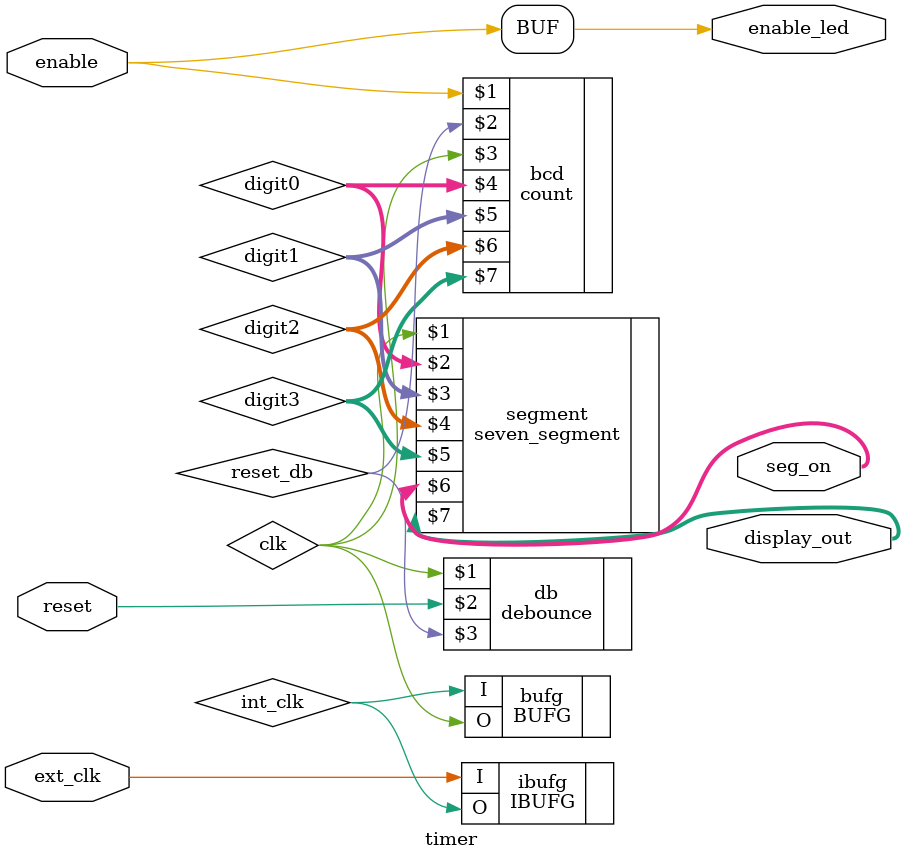
<source format=v>
`timescale 1ns / 1ps
module timer(
	input enable,
	input reset,
	input ext_clk,
	output [3:0] seg_on, // seg3 seg2 seg1 seg0
	output [7:0] display_out, // abcdefg(p)
	output enable_led
   );
	
	wire [4:0] digit0, digit1, digit2, digit3;
	
	IBUFG ibufg(.I(ext_clk), .O(int_clk));
	BUFG bufg(.I(int_clk), .O(clk));
	
	debounce db(clk, reset, reset_db);
	
	count bcd(enable, reset_db, clk, digit0, digit1, digit2, digit3);
	
	seven_segment segment(clk, digit0, digit1, digit2, digit3, seg_on, display_out);
	
	assign enable_led = enable;


endmodule

</source>
